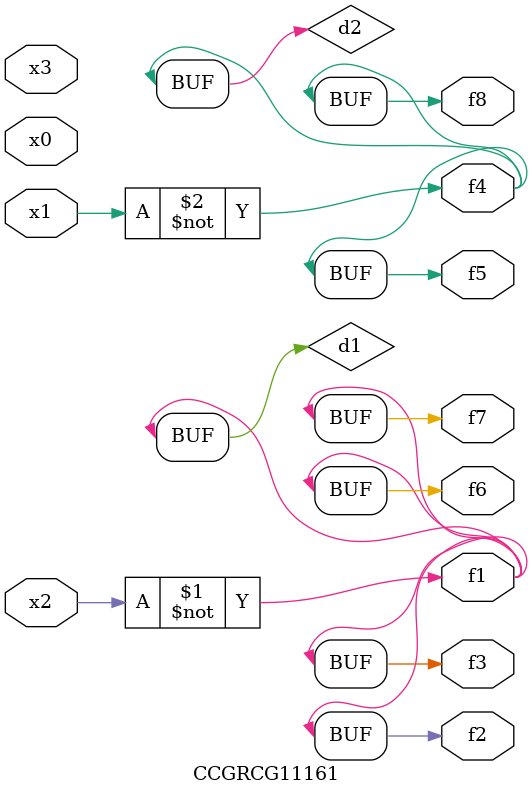
<source format=v>
module CCGRCG11161(
	input x0, x1, x2, x3,
	output f1, f2, f3, f4, f5, f6, f7, f8
);

	wire d1, d2;

	xnor (d1, x2);
	not (d2, x1);
	assign f1 = d1;
	assign f2 = d1;
	assign f3 = d1;
	assign f4 = d2;
	assign f5 = d2;
	assign f6 = d1;
	assign f7 = d1;
	assign f8 = d2;
endmodule

</source>
